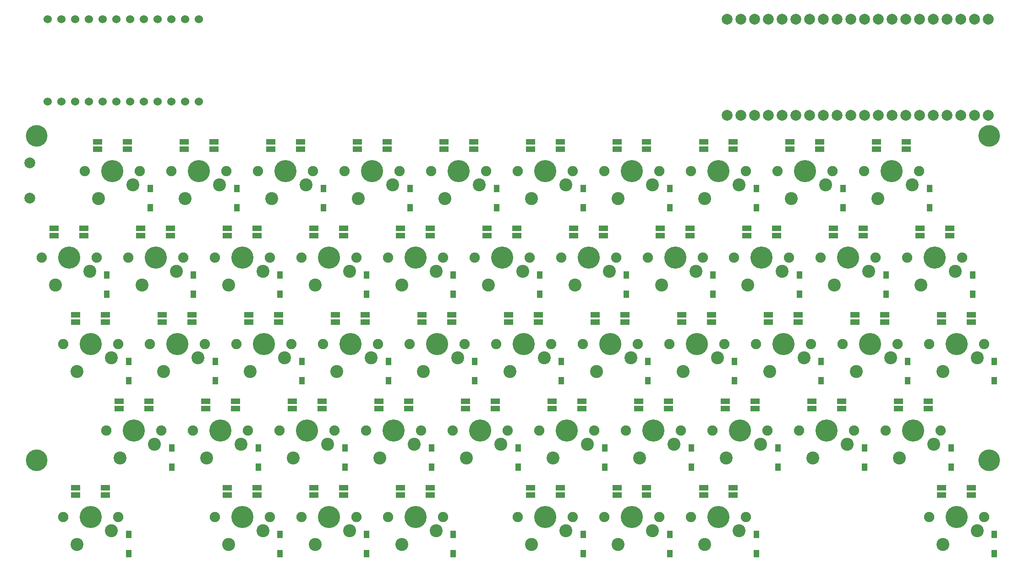
<source format=gbr>
%TF.GenerationSoftware,KiCad,Pcbnew,(5.1.9)-1*%
%TF.CreationDate,2021-02-12T02:56:52+09:00*%
%TF.ProjectId,yuiop50d,7975696f-7035-4306-942e-6b696361645f,rev?*%
%TF.SameCoordinates,Original*%
%TF.FileFunction,Soldermask,Bot*%
%TF.FilePolarity,Negative*%
%FSLAX46Y46*%
G04 Gerber Fmt 4.6, Leading zero omitted, Abs format (unit mm)*
G04 Created by KiCad (PCBNEW (5.1.9)-1) date 2021-02-12 02:56:52*
%MOMM*%
%LPD*%
G01*
G04 APERTURE LIST*
%ADD10C,2.000000*%
%ADD11C,4.000000*%
%ADD12R,1.000000X1.400000*%
%ADD13R,1.700000X1.000000*%
%ADD14C,4.100000*%
%ADD15C,2.400000*%
%ADD16C,1.900000*%
%ADD17C,1.524000*%
G04 APERTURE END LIST*
D10*
%TO.C,U2*%
X211100000Y-70140000D03*
X216180000Y-70140000D03*
X213640000Y-70140000D03*
X218720000Y-70140000D03*
X226340000Y-70140000D03*
X228880000Y-70140000D03*
X223800000Y-70140000D03*
X221260000Y-70140000D03*
X203480000Y-52360000D03*
X185700000Y-52360000D03*
X226340000Y-52360000D03*
X180620000Y-52360000D03*
X180620000Y-70140000D03*
X183160000Y-70140000D03*
X223800000Y-52360000D03*
X193320000Y-52360000D03*
X185700000Y-70140000D03*
X188240000Y-70140000D03*
X218720000Y-52360000D03*
X183160000Y-52360000D03*
X221260000Y-52360000D03*
X213640000Y-52360000D03*
X228880000Y-52360000D03*
X206020000Y-52360000D03*
X200940000Y-52360000D03*
X216180000Y-52360000D03*
X198400000Y-52360000D03*
X208560000Y-52360000D03*
X195860000Y-52360000D03*
X211100000Y-52360000D03*
X188240000Y-52360000D03*
X190780000Y-52360000D03*
X208560000Y-70140000D03*
X193320000Y-70140000D03*
X203480000Y-70140000D03*
X190780000Y-70140000D03*
X206020000Y-70140000D03*
X200940000Y-70140000D03*
X195860000Y-70140000D03*
X198400000Y-70140000D03*
%TD*%
%TO.C,SW_RST1*%
X51750000Y-79000000D03*
X51750000Y-85500000D03*
%TD*%
D11*
%TO.C,HOLE4*%
X229000000Y-134000000D03*
%TD*%
%TO.C,HOLE3*%
X53000000Y-134000000D03*
%TD*%
%TO.C,HOLE2*%
X229000000Y-74000000D03*
%TD*%
%TO.C,HOLE1*%
X53000000Y-74000000D03*
%TD*%
D12*
%TO.C,D1*%
X74000000Y-87275000D03*
X74000000Y-83725000D03*
%TD*%
%TO.C,D2*%
X90000000Y-83725000D03*
X90000000Y-87275000D03*
%TD*%
%TO.C,D3*%
X106000000Y-87275000D03*
X106000000Y-83725000D03*
%TD*%
%TO.C,D4*%
X122000000Y-83725000D03*
X122000000Y-87275000D03*
%TD*%
%TO.C,D5*%
X138000000Y-87275000D03*
X138000000Y-83725000D03*
%TD*%
%TO.C,D6*%
X154000000Y-83725000D03*
X154000000Y-87275000D03*
%TD*%
%TO.C,D7*%
X170000000Y-87275000D03*
X170000000Y-83725000D03*
%TD*%
%TO.C,D8*%
X186000000Y-83725000D03*
X186000000Y-87275000D03*
%TD*%
%TO.C,D9*%
X202000000Y-87275000D03*
X202000000Y-83725000D03*
%TD*%
%TO.C,D10*%
X218000000Y-83725000D03*
X218000000Y-87275000D03*
%TD*%
%TO.C,D11*%
X66000000Y-99725000D03*
X66000000Y-103275000D03*
%TD*%
%TO.C,D12*%
X82000000Y-103275000D03*
X82000000Y-99725000D03*
%TD*%
%TO.C,D13*%
X98000000Y-99725000D03*
X98000000Y-103275000D03*
%TD*%
%TO.C,D14*%
X114000000Y-103275000D03*
X114000000Y-99725000D03*
%TD*%
%TO.C,D15*%
X130000000Y-103275000D03*
X130000000Y-99725000D03*
%TD*%
%TO.C,D16*%
X146000000Y-99725000D03*
X146000000Y-103275000D03*
%TD*%
%TO.C,D17*%
X162000000Y-103275000D03*
X162000000Y-99725000D03*
%TD*%
%TO.C,D18*%
X178000000Y-99725000D03*
X178000000Y-103275000D03*
%TD*%
%TO.C,D19*%
X194000000Y-103275000D03*
X194000000Y-99725000D03*
%TD*%
%TO.C,D20*%
X210000000Y-103275000D03*
X210000000Y-99725000D03*
%TD*%
%TO.C,D21*%
X226000000Y-99725000D03*
X226000000Y-103275000D03*
%TD*%
%TO.C,D22*%
X70000000Y-119275000D03*
X70000000Y-115725000D03*
%TD*%
%TO.C,D23*%
X86000000Y-115725000D03*
X86000000Y-119275000D03*
%TD*%
%TO.C,D24*%
X102000000Y-119275000D03*
X102000000Y-115725000D03*
%TD*%
%TO.C,D25*%
X118000000Y-115725000D03*
X118000000Y-119275000D03*
%TD*%
%TO.C,D26*%
X134000000Y-119275000D03*
X134000000Y-115725000D03*
%TD*%
%TO.C,D27*%
X150000000Y-115725000D03*
X150000000Y-119275000D03*
%TD*%
%TO.C,D28*%
X166000000Y-119275000D03*
X166000000Y-115725000D03*
%TD*%
%TO.C,D29*%
X182000000Y-119275000D03*
X182000000Y-115725000D03*
%TD*%
%TO.C,D30*%
X198000000Y-115725000D03*
X198000000Y-119275000D03*
%TD*%
%TO.C,D31*%
X214000000Y-119275000D03*
X214000000Y-115725000D03*
%TD*%
%TO.C,D32*%
X230000000Y-115725000D03*
X230000000Y-119275000D03*
%TD*%
%TO.C,D33*%
X78000000Y-131725000D03*
X78000000Y-135275000D03*
%TD*%
%TO.C,D34*%
X94000000Y-131725000D03*
X94000000Y-135275000D03*
%TD*%
%TO.C,D35*%
X110000000Y-135275000D03*
X110000000Y-131725000D03*
%TD*%
%TO.C,D36*%
X126000000Y-135275000D03*
X126000000Y-131725000D03*
%TD*%
%TO.C,D37*%
X142000000Y-131725000D03*
X142000000Y-135275000D03*
%TD*%
%TO.C,D38*%
X158000000Y-131725000D03*
X158000000Y-135275000D03*
%TD*%
%TO.C,D39*%
X174000000Y-131725000D03*
X174000000Y-135275000D03*
%TD*%
%TO.C,D40*%
X190000000Y-131725000D03*
X190000000Y-135275000D03*
%TD*%
%TO.C,D41*%
X206000000Y-135275000D03*
X206000000Y-131725000D03*
%TD*%
%TO.C,D42*%
X222000000Y-135275000D03*
X222000000Y-131725000D03*
%TD*%
%TO.C,D43*%
X70000000Y-151275000D03*
X70000000Y-147725000D03*
%TD*%
%TO.C,D44*%
X98000000Y-147725000D03*
X98000000Y-151275000D03*
%TD*%
%TO.C,D45*%
X114000000Y-147725000D03*
X114000000Y-151275000D03*
%TD*%
%TO.C,D46*%
X130000000Y-151275000D03*
X130000000Y-147725000D03*
%TD*%
%TO.C,D47*%
X154000000Y-151275000D03*
X154000000Y-147725000D03*
%TD*%
%TO.C,D48*%
X170000000Y-147725000D03*
X170000000Y-151275000D03*
%TD*%
%TO.C,D49*%
X186000000Y-147725000D03*
X186000000Y-151275000D03*
%TD*%
%TO.C,D50*%
X230000000Y-151275000D03*
X230000000Y-147725000D03*
%TD*%
D13*
%TO.C,LED1*%
X69750000Y-76440000D03*
X69750000Y-75040000D03*
X64250000Y-76440000D03*
X64250000Y-75040000D03*
%TD*%
%TO.C,LED2*%
X80250000Y-75040000D03*
X80250000Y-76440000D03*
X85750000Y-75040000D03*
X85750000Y-76440000D03*
%TD*%
%TO.C,LED3*%
X101750000Y-76440000D03*
X101750000Y-75040000D03*
X96250000Y-76440000D03*
X96250000Y-75040000D03*
%TD*%
%TO.C,LED4*%
X112250000Y-75040000D03*
X112250000Y-76440000D03*
X117750000Y-75040000D03*
X117750000Y-76440000D03*
%TD*%
%TO.C,LED5*%
X133750000Y-76440000D03*
X133750000Y-75040000D03*
X128250000Y-76440000D03*
X128250000Y-75040000D03*
%TD*%
%TO.C,LED6*%
X144250000Y-75040000D03*
X144250000Y-76440000D03*
X149750000Y-75040000D03*
X149750000Y-76440000D03*
%TD*%
%TO.C,LED7*%
X165750000Y-76440000D03*
X165750000Y-75040000D03*
X160250000Y-76440000D03*
X160250000Y-75040000D03*
%TD*%
%TO.C,LED8*%
X176250000Y-75040000D03*
X176250000Y-76440000D03*
X181750000Y-75040000D03*
X181750000Y-76440000D03*
%TD*%
%TO.C,LED9*%
X197750000Y-76440000D03*
X197750000Y-75040000D03*
X192250000Y-76440000D03*
X192250000Y-75040000D03*
%TD*%
%TO.C,LED10*%
X208250000Y-75040000D03*
X208250000Y-76440000D03*
X213750000Y-75040000D03*
X213750000Y-76440000D03*
%TD*%
%TO.C,LED11*%
X221750000Y-92440000D03*
X221750000Y-91040000D03*
X216250000Y-92440000D03*
X216250000Y-91040000D03*
%TD*%
%TO.C,LED12*%
X200250000Y-91040000D03*
X200250000Y-92440000D03*
X205750000Y-91040000D03*
X205750000Y-92440000D03*
%TD*%
%TO.C,LED13*%
X189750000Y-92440000D03*
X189750000Y-91040000D03*
X184250000Y-92440000D03*
X184250000Y-91040000D03*
%TD*%
%TO.C,LED14*%
X168250000Y-91040000D03*
X168250000Y-92440000D03*
X173750000Y-91040000D03*
X173750000Y-92440000D03*
%TD*%
%TO.C,LED15*%
X157750000Y-92440000D03*
X157750000Y-91040000D03*
X152250000Y-92440000D03*
X152250000Y-91040000D03*
%TD*%
%TO.C,LED16*%
X136250000Y-91040000D03*
X136250000Y-92440000D03*
X141750000Y-91040000D03*
X141750000Y-92440000D03*
%TD*%
%TO.C,LED17*%
X125750000Y-92440000D03*
X125750000Y-91040000D03*
X120250000Y-92440000D03*
X120250000Y-91040000D03*
%TD*%
%TO.C,LED18*%
X104250000Y-91040000D03*
X104250000Y-92440000D03*
X109750000Y-91040000D03*
X109750000Y-92440000D03*
%TD*%
%TO.C,LED19*%
X93750000Y-92440000D03*
X93750000Y-91040000D03*
X88250000Y-92440000D03*
X88250000Y-91040000D03*
%TD*%
%TO.C,LED20*%
X72250000Y-91040000D03*
X72250000Y-92440000D03*
X77750000Y-91040000D03*
X77750000Y-92440000D03*
%TD*%
%TO.C,LED21*%
X61750000Y-92440000D03*
X61750000Y-91040000D03*
X56250000Y-92440000D03*
X56250000Y-91040000D03*
%TD*%
%TO.C,LED22*%
X60250000Y-107040000D03*
X60250000Y-108440000D03*
X65750000Y-107040000D03*
X65750000Y-108440000D03*
%TD*%
%TO.C,LED23*%
X81750000Y-108440000D03*
X81750000Y-107040000D03*
X76250000Y-108440000D03*
X76250000Y-107040000D03*
%TD*%
%TO.C,LED24*%
X92250000Y-107040000D03*
X92250000Y-108440000D03*
X97750000Y-107040000D03*
X97750000Y-108440000D03*
%TD*%
%TO.C,LED25*%
X108250000Y-107040000D03*
X108250000Y-108440000D03*
X113750000Y-107040000D03*
X113750000Y-108440000D03*
%TD*%
%TO.C,LED26*%
X124250000Y-107040000D03*
X124250000Y-108440000D03*
X129750000Y-107040000D03*
X129750000Y-108440000D03*
%TD*%
%TO.C,LED27*%
X145750000Y-108440000D03*
X145750000Y-107040000D03*
X140250000Y-108440000D03*
X140250000Y-107040000D03*
%TD*%
%TO.C,LED28*%
X161750000Y-108440000D03*
X161750000Y-107040000D03*
X156250000Y-108440000D03*
X156250000Y-107040000D03*
%TD*%
%TO.C,LED29*%
X172250000Y-107040000D03*
X172250000Y-108440000D03*
X177750000Y-107040000D03*
X177750000Y-108440000D03*
%TD*%
%TO.C,LED30*%
X188250000Y-107040000D03*
X188250000Y-108440000D03*
X193750000Y-107040000D03*
X193750000Y-108440000D03*
%TD*%
%TO.C,LED31*%
X209750000Y-108440000D03*
X209750000Y-107040000D03*
X204250000Y-108440000D03*
X204250000Y-107040000D03*
%TD*%
%TO.C,LED32*%
X225750000Y-108440000D03*
X225750000Y-107040000D03*
X220250000Y-108440000D03*
X220250000Y-107040000D03*
%TD*%
%TO.C,LED33*%
X212250000Y-123040000D03*
X212250000Y-124440000D03*
X217750000Y-123040000D03*
X217750000Y-124440000D03*
%TD*%
%TO.C,LED34*%
X196250000Y-123040000D03*
X196250000Y-124440000D03*
X201750000Y-123040000D03*
X201750000Y-124440000D03*
%TD*%
%TO.C,LED35*%
X185750000Y-124440000D03*
X185750000Y-123040000D03*
X180250000Y-124440000D03*
X180250000Y-123040000D03*
%TD*%
%TO.C,LED36*%
X164250000Y-123040000D03*
X164250000Y-124440000D03*
X169750000Y-123040000D03*
X169750000Y-124440000D03*
%TD*%
%TO.C,LED37*%
X148250000Y-123040000D03*
X148250000Y-124440000D03*
X153750000Y-123040000D03*
X153750000Y-124440000D03*
%TD*%
%TO.C,LED38*%
X137750000Y-124440000D03*
X137750000Y-123040000D03*
X132250000Y-124440000D03*
X132250000Y-123040000D03*
%TD*%
%TO.C,LED39*%
X121750000Y-124440000D03*
X121750000Y-123040000D03*
X116250000Y-124440000D03*
X116250000Y-123040000D03*
%TD*%
%TO.C,LED40*%
X105750000Y-124440000D03*
X105750000Y-123040000D03*
X100250000Y-124440000D03*
X100250000Y-123040000D03*
%TD*%
%TO.C,LED41*%
X84250000Y-123040000D03*
X84250000Y-124440000D03*
X89750000Y-123040000D03*
X89750000Y-124440000D03*
%TD*%
%TO.C,LED42*%
X73750000Y-124440000D03*
X73750000Y-123040000D03*
X68250000Y-124440000D03*
X68250000Y-123040000D03*
%TD*%
%TO.C,LED43*%
X65750000Y-140440000D03*
X65750000Y-139040000D03*
X60250000Y-140440000D03*
X60250000Y-139040000D03*
%TD*%
%TO.C,LED44*%
X88250000Y-139040000D03*
X88250000Y-140440000D03*
X93750000Y-139040000D03*
X93750000Y-140440000D03*
%TD*%
%TO.C,LED45*%
X104250000Y-139040000D03*
X104250000Y-140440000D03*
X109750000Y-139040000D03*
X109750000Y-140440000D03*
%TD*%
%TO.C,LED46*%
X125750000Y-140440000D03*
X125750000Y-139040000D03*
X120250000Y-140440000D03*
X120250000Y-139040000D03*
%TD*%
%TO.C,LED47*%
X149750000Y-140440000D03*
X149750000Y-139040000D03*
X144250000Y-140440000D03*
X144250000Y-139040000D03*
%TD*%
%TO.C,LED48*%
X165750000Y-140440000D03*
X165750000Y-139040000D03*
X160250000Y-140440000D03*
X160250000Y-139040000D03*
%TD*%
%TO.C,LED49*%
X176250000Y-139040000D03*
X176250000Y-140440000D03*
X181750000Y-139040000D03*
X181750000Y-140440000D03*
%TD*%
%TO.C,LED50*%
X220250000Y-139040000D03*
X220250000Y-140440000D03*
X225750000Y-139040000D03*
X225750000Y-140440000D03*
%TD*%
D14*
%TO.C,SW1*%
X67000000Y-80500000D03*
D15*
X70810000Y-83040000D03*
X64460000Y-85580000D03*
D16*
X72080000Y-80500000D03*
X61920000Y-80500000D03*
%TD*%
D14*
%TO.C,SW2*%
X83000000Y-80500000D03*
D15*
X86810000Y-83040000D03*
X80460000Y-85580000D03*
D16*
X88080000Y-80500000D03*
X77920000Y-80500000D03*
%TD*%
D14*
%TO.C,SW3*%
X99000000Y-80500000D03*
D15*
X102810000Y-83040000D03*
X96460000Y-85580000D03*
D16*
X104080000Y-80500000D03*
X93920000Y-80500000D03*
%TD*%
D14*
%TO.C,SW4*%
X115000000Y-80500000D03*
D15*
X118810000Y-83040000D03*
X112460000Y-85580000D03*
D16*
X120080000Y-80500000D03*
X109920000Y-80500000D03*
%TD*%
%TO.C,SW5*%
X125920000Y-80500000D03*
X136080000Y-80500000D03*
D15*
X128460000Y-85580000D03*
X134810000Y-83040000D03*
D14*
X131000000Y-80500000D03*
%TD*%
D16*
%TO.C,SW6*%
X141920000Y-80500000D03*
X152080000Y-80500000D03*
D15*
X144460000Y-85580000D03*
X150810000Y-83040000D03*
D14*
X147000000Y-80500000D03*
%TD*%
%TO.C,SW7*%
X163000000Y-80500000D03*
D15*
X166810000Y-83040000D03*
X160460000Y-85580000D03*
D16*
X168080000Y-80500000D03*
X157920000Y-80500000D03*
%TD*%
%TO.C,SW8*%
X173920000Y-80500000D03*
X184080000Y-80500000D03*
D15*
X176460000Y-85580000D03*
X182810000Y-83040000D03*
D14*
X179000000Y-80500000D03*
%TD*%
D16*
%TO.C,SW9*%
X189920000Y-80500000D03*
X200080000Y-80500000D03*
D15*
X192460000Y-85580000D03*
X198810000Y-83040000D03*
D14*
X195000000Y-80500000D03*
%TD*%
D16*
%TO.C,SW10*%
X205920000Y-80500000D03*
X216080000Y-80500000D03*
D15*
X208460000Y-85580000D03*
X214810000Y-83040000D03*
D14*
X211000000Y-80500000D03*
%TD*%
D16*
%TO.C,SW11*%
X53920000Y-96500000D03*
X64080000Y-96500000D03*
D15*
X56460000Y-101580000D03*
X62810000Y-99040000D03*
D14*
X59000000Y-96500000D03*
%TD*%
D16*
%TO.C,SW12*%
X69920000Y-96500000D03*
X80080000Y-96500000D03*
D15*
X72460000Y-101580000D03*
X78810000Y-99040000D03*
D14*
X75000000Y-96500000D03*
%TD*%
%TO.C,SW13*%
X91000000Y-96500000D03*
D15*
X94810000Y-99040000D03*
X88460000Y-101580000D03*
D16*
X96080000Y-96500000D03*
X85920000Y-96500000D03*
%TD*%
D14*
%TO.C,SW14*%
X107000000Y-96500000D03*
D15*
X110810000Y-99040000D03*
X104460000Y-101580000D03*
D16*
X112080000Y-96500000D03*
X101920000Y-96500000D03*
%TD*%
%TO.C,SW15*%
X117920000Y-96500000D03*
X128080000Y-96500000D03*
D15*
X120460000Y-101580000D03*
X126810000Y-99040000D03*
D14*
X123000000Y-96500000D03*
%TD*%
D16*
%TO.C,SW16*%
X133920000Y-96500000D03*
X144080000Y-96500000D03*
D15*
X136460000Y-101580000D03*
X142810000Y-99040000D03*
D14*
X139000000Y-96500000D03*
%TD*%
D16*
%TO.C,SW17*%
X149920000Y-96500000D03*
X160080000Y-96500000D03*
D15*
X152460000Y-101580000D03*
X158810000Y-99040000D03*
D14*
X155000000Y-96500000D03*
%TD*%
%TO.C,SW18*%
X171000000Y-96500000D03*
D15*
X174810000Y-99040000D03*
X168460000Y-101580000D03*
D16*
X176080000Y-96500000D03*
X165920000Y-96500000D03*
%TD*%
D14*
%TO.C,SW19*%
X187000000Y-96500000D03*
D15*
X190810000Y-99040000D03*
X184460000Y-101580000D03*
D16*
X192080000Y-96500000D03*
X181920000Y-96500000D03*
%TD*%
%TO.C,SW20*%
X197920000Y-96500000D03*
X208080000Y-96500000D03*
D15*
X200460000Y-101580000D03*
X206810000Y-99040000D03*
D14*
X203000000Y-96500000D03*
%TD*%
%TO.C,SW21*%
X219000000Y-96500000D03*
D15*
X222810000Y-99040000D03*
X216460000Y-101580000D03*
D16*
X224080000Y-96500000D03*
X213920000Y-96500000D03*
%TD*%
D14*
%TO.C,SW22*%
X63000000Y-112500000D03*
D15*
X66810000Y-115040000D03*
X60460000Y-117580000D03*
D16*
X68080000Y-112500000D03*
X57920000Y-112500000D03*
%TD*%
%TO.C,SW23*%
X73920000Y-112500000D03*
X84080000Y-112500000D03*
D15*
X76460000Y-117580000D03*
X82810000Y-115040000D03*
D14*
X79000000Y-112500000D03*
%TD*%
D16*
%TO.C,SW24*%
X89920000Y-112500000D03*
X100080000Y-112500000D03*
D15*
X92460000Y-117580000D03*
X98810000Y-115040000D03*
D14*
X95000000Y-112500000D03*
%TD*%
%TO.C,SW25*%
X111000000Y-112500000D03*
D15*
X114810000Y-115040000D03*
X108460000Y-117580000D03*
D16*
X116080000Y-112500000D03*
X105920000Y-112500000D03*
%TD*%
D14*
%TO.C,SW26*%
X127000000Y-112500000D03*
D15*
X130810000Y-115040000D03*
X124460000Y-117580000D03*
D16*
X132080000Y-112500000D03*
X121920000Y-112500000D03*
%TD*%
%TO.C,SW27*%
X137920000Y-112500000D03*
X148080000Y-112500000D03*
D15*
X140460000Y-117580000D03*
X146810000Y-115040000D03*
D14*
X143000000Y-112500000D03*
%TD*%
%TO.C,SW28*%
X159000000Y-112500000D03*
D15*
X162810000Y-115040000D03*
X156460000Y-117580000D03*
D16*
X164080000Y-112500000D03*
X153920000Y-112500000D03*
%TD*%
D14*
%TO.C,SW29*%
X175000000Y-112500000D03*
D15*
X178810000Y-115040000D03*
X172460000Y-117580000D03*
D16*
X180080000Y-112500000D03*
X169920000Y-112500000D03*
%TD*%
%TO.C,SW30*%
X185920000Y-112500000D03*
X196080000Y-112500000D03*
D15*
X188460000Y-117580000D03*
X194810000Y-115040000D03*
D14*
X191000000Y-112500000D03*
%TD*%
D16*
%TO.C,SW31*%
X201920000Y-112500000D03*
X212080000Y-112500000D03*
D15*
X204460000Y-117580000D03*
X210810000Y-115040000D03*
D14*
X207000000Y-112500000D03*
%TD*%
%TO.C,SW32*%
X223000000Y-112500000D03*
D15*
X226810000Y-115040000D03*
X220460000Y-117580000D03*
D16*
X228080000Y-112500000D03*
X217920000Y-112500000D03*
%TD*%
%TO.C,SW33*%
X65920000Y-128500000D03*
X76080000Y-128500000D03*
D15*
X68460000Y-133580000D03*
X74810000Y-131040000D03*
D14*
X71000000Y-128500000D03*
%TD*%
%TO.C,SW34*%
X87000000Y-128500000D03*
D15*
X90810000Y-131040000D03*
X84460000Y-133580000D03*
D16*
X92080000Y-128500000D03*
X81920000Y-128500000D03*
%TD*%
%TO.C,SW35*%
X97920000Y-128500000D03*
X108080000Y-128500000D03*
D15*
X100460000Y-133580000D03*
X106810000Y-131040000D03*
D14*
X103000000Y-128500000D03*
%TD*%
%TO.C,SW36*%
X119000000Y-128500000D03*
D15*
X122810000Y-131040000D03*
X116460000Y-133580000D03*
D16*
X124080000Y-128500000D03*
X113920000Y-128500000D03*
%TD*%
%TO.C,SW37*%
X129920000Y-128500000D03*
X140080000Y-128500000D03*
D15*
X132460000Y-133580000D03*
X138810000Y-131040000D03*
D14*
X135000000Y-128500000D03*
%TD*%
D16*
%TO.C,SW38*%
X145920000Y-128500000D03*
X156080000Y-128500000D03*
D15*
X148460000Y-133580000D03*
X154810000Y-131040000D03*
D14*
X151000000Y-128500000D03*
%TD*%
%TO.C,SW39*%
X167000000Y-128500000D03*
D15*
X170810000Y-131040000D03*
X164460000Y-133580000D03*
D16*
X172080000Y-128500000D03*
X161920000Y-128500000D03*
%TD*%
D14*
%TO.C,SW40*%
X183000000Y-128500000D03*
D15*
X186810000Y-131040000D03*
X180460000Y-133580000D03*
D16*
X188080000Y-128500000D03*
X177920000Y-128500000D03*
%TD*%
%TO.C,SW41*%
X193920000Y-128500000D03*
X204080000Y-128500000D03*
D15*
X196460000Y-133580000D03*
X202810000Y-131040000D03*
D14*
X199000000Y-128500000D03*
%TD*%
%TO.C,SW42*%
X215000000Y-128500000D03*
D15*
X218810000Y-131040000D03*
X212460000Y-133580000D03*
D16*
X220080000Y-128500000D03*
X209920000Y-128500000D03*
%TD*%
%TO.C,SW43*%
X57920000Y-144500000D03*
X68080000Y-144500000D03*
D15*
X60460000Y-149580000D03*
X66810000Y-147040000D03*
D14*
X63000000Y-144500000D03*
%TD*%
D16*
%TO.C,SW44*%
X85920000Y-144500000D03*
X96080000Y-144500000D03*
D15*
X88460000Y-149580000D03*
X94810000Y-147040000D03*
D14*
X91000000Y-144500000D03*
%TD*%
%TO.C,SW45*%
X107000000Y-144500000D03*
D15*
X110810000Y-147040000D03*
X104460000Y-149580000D03*
D16*
X112080000Y-144500000D03*
X101920000Y-144500000D03*
%TD*%
%TO.C,SW46*%
X117920000Y-144500000D03*
X128080000Y-144500000D03*
D15*
X120460000Y-149580000D03*
X126810000Y-147040000D03*
D14*
X123000000Y-144500000D03*
%TD*%
%TO.C,SW47*%
X147000000Y-144500000D03*
D15*
X150810000Y-147040000D03*
X144460000Y-149580000D03*
D16*
X152080000Y-144500000D03*
X141920000Y-144500000D03*
%TD*%
%TO.C,SW48*%
X157920000Y-144500000D03*
X168080000Y-144500000D03*
D15*
X160460000Y-149580000D03*
X166810000Y-147040000D03*
D14*
X163000000Y-144500000D03*
%TD*%
%TO.C,SW49*%
X179000000Y-144500000D03*
D15*
X182810000Y-147040000D03*
X176460000Y-149580000D03*
D16*
X184080000Y-144500000D03*
X173920000Y-144500000D03*
%TD*%
D14*
%TO.C,SW50*%
X223000000Y-144500000D03*
D15*
X226810000Y-147040000D03*
X220460000Y-149580000D03*
D16*
X228080000Y-144500000D03*
X217920000Y-144500000D03*
%TD*%
D17*
%TO.C,U1*%
X55022000Y-52388600D03*
X57562000Y-52388600D03*
X60102000Y-52388600D03*
X62642000Y-52388600D03*
X65182000Y-52388600D03*
X67722000Y-52388600D03*
X70262000Y-52388600D03*
X72802000Y-52388600D03*
X75342000Y-52388600D03*
X77882000Y-52388600D03*
X80422000Y-52388600D03*
X82962000Y-52388600D03*
X82962000Y-67608600D03*
X80422000Y-67608600D03*
X77882000Y-67608600D03*
X75342000Y-67608600D03*
X72802000Y-67608600D03*
X70262000Y-67608600D03*
X67722000Y-67608600D03*
X65182000Y-67608600D03*
X62642000Y-67608600D03*
X60102000Y-67608600D03*
X57562000Y-67608600D03*
X55022000Y-67608600D03*
%TD*%
M02*

</source>
